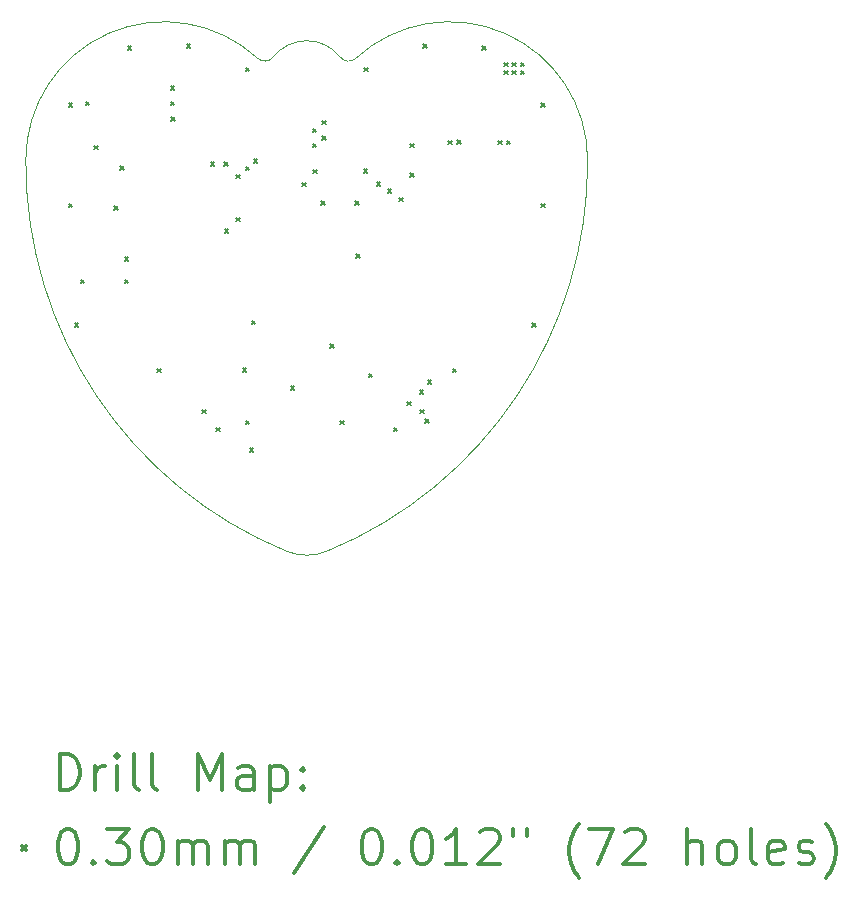
<source format=gbr>
%FSLAX45Y45*%
G04 Gerber Fmt 4.5, Leading zero omitted, Abs format (unit mm)*
G04 Created by KiCad (PCBNEW (5.1.9)-1) date 2021-12-29 15:03:50*
%MOMM*%
%LPD*%
G01*
G04 APERTURE LIST*
%TA.AperFunction,Profile*%
%ADD10C,0.010000*%
%TD*%
%ADD11C,0.200000*%
%ADD12C,0.300000*%
G04 APERTURE END LIST*
D10*
X5415378Y-5913130D02*
G75*
G02*
X5283506Y-5902419I-60996J66178D01*
G01*
X4716494Y-5902419D02*
G75*
G02*
X5283506Y-5902419I283506J-221866D01*
G01*
X4716494Y-5902419D02*
G75*
G02*
X4584622Y-5913130I-70876J55467D01*
G01*
X2621672Y-6773439D02*
G75*
G02*
X4584622Y-5913130I1170000J0D01*
G01*
X4829332Y-10086401D02*
G75*
G02*
X2621672Y-6773439I1348896J3290905D01*
G01*
X5170668Y-10086401D02*
G75*
G02*
X4829332Y-10086401I-170668J416380D01*
G01*
X7378328Y-6773439D02*
G75*
G02*
X5170668Y-10086401I-3556555J-22057D01*
G01*
X5415378Y-5913130D02*
G75*
G02*
X7378328Y-6773439I792950J-860308D01*
G01*
D11*
X2985000Y-6292500D02*
X3015000Y-6322500D01*
X3015000Y-6292500D02*
X2985000Y-6322500D01*
X2985000Y-7142500D02*
X3015000Y-7172500D01*
X3015000Y-7142500D02*
X2985000Y-7172500D01*
X3035000Y-8157500D02*
X3065000Y-8187500D01*
X3065000Y-8157500D02*
X3035000Y-8187500D01*
X3087000Y-7789000D02*
X3117000Y-7819000D01*
X3117000Y-7789000D02*
X3087000Y-7819000D01*
X3130000Y-6281000D02*
X3160000Y-6311000D01*
X3160000Y-6281000D02*
X3130000Y-6311000D01*
X3202500Y-6652500D02*
X3232500Y-6682500D01*
X3232500Y-6652500D02*
X3202500Y-6682500D01*
X3368000Y-7164000D02*
X3398000Y-7194000D01*
X3398000Y-7164000D02*
X3368000Y-7194000D01*
X3421000Y-6827000D02*
X3451000Y-6857000D01*
X3451000Y-6827000D02*
X3421000Y-6857000D01*
X3458000Y-7597000D02*
X3488000Y-7627000D01*
X3488000Y-7597000D02*
X3458000Y-7627000D01*
X3459000Y-7789000D02*
X3489000Y-7819000D01*
X3489000Y-7789000D02*
X3459000Y-7819000D01*
X3485000Y-5812500D02*
X3515000Y-5842500D01*
X3515000Y-5812500D02*
X3485000Y-5842500D01*
X3735000Y-8542500D02*
X3765000Y-8572500D01*
X3765000Y-8542500D02*
X3735000Y-8572500D01*
X3849000Y-6149000D02*
X3879000Y-6179000D01*
X3879000Y-6149000D02*
X3849000Y-6179000D01*
X3850000Y-6280000D02*
X3880000Y-6310000D01*
X3880000Y-6280000D02*
X3850000Y-6310000D01*
X3851000Y-6411000D02*
X3881000Y-6441000D01*
X3881000Y-6411000D02*
X3851000Y-6441000D01*
X3985000Y-5792500D02*
X4015000Y-5822500D01*
X4015000Y-5792500D02*
X3985000Y-5822500D01*
X4115000Y-8887000D02*
X4145000Y-8917000D01*
X4145000Y-8887000D02*
X4115000Y-8917000D01*
X4187000Y-6795000D02*
X4217000Y-6825000D01*
X4217000Y-6795000D02*
X4187000Y-6825000D01*
X4235000Y-9042500D02*
X4265000Y-9072500D01*
X4265000Y-9042500D02*
X4235000Y-9072500D01*
X4302500Y-6795000D02*
X4332500Y-6825000D01*
X4332500Y-6795000D02*
X4302500Y-6825000D01*
X4304000Y-7358000D02*
X4334000Y-7388000D01*
X4334000Y-7358000D02*
X4304000Y-7388000D01*
X4402500Y-6897500D02*
X4432500Y-6927500D01*
X4432500Y-6897500D02*
X4402500Y-6927500D01*
X4403000Y-7262000D02*
X4433000Y-7292000D01*
X4433000Y-7262000D02*
X4403000Y-7292000D01*
X4457500Y-8535000D02*
X4487500Y-8565000D01*
X4487500Y-8535000D02*
X4457500Y-8565000D01*
X4485000Y-5992500D02*
X4515000Y-6022500D01*
X4515000Y-5992500D02*
X4485000Y-6022500D01*
X4485000Y-6832500D02*
X4515000Y-6862500D01*
X4515000Y-6832500D02*
X4485000Y-6862500D01*
X4485000Y-8983000D02*
X4515000Y-9013000D01*
X4515000Y-8983000D02*
X4485000Y-9013000D01*
X4518000Y-9214000D02*
X4548000Y-9244000D01*
X4548000Y-9214000D02*
X4518000Y-9244000D01*
X4535000Y-8135000D02*
X4565000Y-8165000D01*
X4565000Y-8135000D02*
X4535000Y-8165000D01*
X4552500Y-6767500D02*
X4582500Y-6797500D01*
X4582500Y-6767500D02*
X4552500Y-6797500D01*
X4863000Y-8689000D02*
X4893000Y-8719000D01*
X4893000Y-8689000D02*
X4863000Y-8719000D01*
X4964000Y-6966000D02*
X4994000Y-6996000D01*
X4994000Y-6966000D02*
X4964000Y-6996000D01*
X5050000Y-6507500D02*
X5080000Y-6537500D01*
X5080000Y-6507500D02*
X5050000Y-6537500D01*
X5052500Y-6637500D02*
X5082500Y-6667500D01*
X5082500Y-6637500D02*
X5052500Y-6667500D01*
X5053840Y-6855840D02*
X5083840Y-6885840D01*
X5083840Y-6855840D02*
X5053840Y-6885840D01*
X5121000Y-7123000D02*
X5151000Y-7153000D01*
X5151000Y-7123000D02*
X5121000Y-7153000D01*
X5130000Y-6442500D02*
X5160000Y-6472500D01*
X5160000Y-6442500D02*
X5130000Y-6472500D01*
X5130000Y-6572500D02*
X5160000Y-6602500D01*
X5160000Y-6572500D02*
X5130000Y-6602500D01*
X5201000Y-8332000D02*
X5231000Y-8362000D01*
X5231000Y-8332000D02*
X5201000Y-8362000D01*
X5285000Y-8982500D02*
X5315000Y-9012500D01*
X5315000Y-8982500D02*
X5285000Y-9012500D01*
X5412000Y-7123000D02*
X5442000Y-7153000D01*
X5442000Y-7123000D02*
X5412000Y-7153000D01*
X5417000Y-7573000D02*
X5447000Y-7603000D01*
X5447000Y-7573000D02*
X5417000Y-7603000D01*
X5483000Y-6850000D02*
X5513000Y-6880000D01*
X5513000Y-6850000D02*
X5483000Y-6880000D01*
X5485000Y-5992500D02*
X5515000Y-6022500D01*
X5515000Y-5992500D02*
X5485000Y-6022500D01*
X5525000Y-8585000D02*
X5555000Y-8615000D01*
X5555000Y-8585000D02*
X5525000Y-8615000D01*
X5592500Y-6960000D02*
X5622500Y-6990000D01*
X5622500Y-6960000D02*
X5592500Y-6990000D01*
X5687000Y-7020000D02*
X5717000Y-7050000D01*
X5717000Y-7020000D02*
X5687000Y-7050000D01*
X5735000Y-9042500D02*
X5765000Y-9072500D01*
X5765000Y-9042500D02*
X5735000Y-9072500D01*
X5783000Y-7092500D02*
X5813000Y-7122500D01*
X5813000Y-7092500D02*
X5783000Y-7122500D01*
X5852000Y-8820000D02*
X5882000Y-8850000D01*
X5882000Y-8820000D02*
X5852000Y-8850000D01*
X5875000Y-6636000D02*
X5905000Y-6666000D01*
X5905000Y-6636000D02*
X5875000Y-6666000D01*
X5875000Y-6885000D02*
X5905000Y-6915000D01*
X5905000Y-6885000D02*
X5875000Y-6915000D01*
X5957000Y-8722000D02*
X5987000Y-8752000D01*
X5987000Y-8722000D02*
X5957000Y-8752000D01*
X5963000Y-8888000D02*
X5993000Y-8918000D01*
X5993000Y-8888000D02*
X5963000Y-8918000D01*
X5985000Y-5792500D02*
X6015000Y-5822500D01*
X6015000Y-5792500D02*
X5985000Y-5822500D01*
X6005000Y-8971000D02*
X6035000Y-9001000D01*
X6035000Y-8971000D02*
X6005000Y-9001000D01*
X6025000Y-8638000D02*
X6055000Y-8668000D01*
X6055000Y-8638000D02*
X6025000Y-8668000D01*
X6200000Y-6610000D02*
X6230000Y-6640000D01*
X6230000Y-6610000D02*
X6200000Y-6640000D01*
X6235000Y-8542500D02*
X6265000Y-8572500D01*
X6265000Y-8542500D02*
X6235000Y-8572500D01*
X6272500Y-6607500D02*
X6302500Y-6637500D01*
X6302500Y-6607500D02*
X6272500Y-6637500D01*
X6485000Y-5812500D02*
X6515000Y-5842500D01*
X6515000Y-5812500D02*
X6485000Y-5842500D01*
X6620000Y-6610000D02*
X6650000Y-6640000D01*
X6650000Y-6610000D02*
X6620000Y-6640000D01*
X6670000Y-5950000D02*
X6700000Y-5980000D01*
X6700000Y-5950000D02*
X6670000Y-5980000D01*
X6670000Y-6017500D02*
X6700000Y-6047500D01*
X6700000Y-6017500D02*
X6670000Y-6047500D01*
X6695000Y-6610000D02*
X6725000Y-6640000D01*
X6725000Y-6610000D02*
X6695000Y-6640000D01*
X6740000Y-5950000D02*
X6770000Y-5980000D01*
X6770000Y-5950000D02*
X6740000Y-5980000D01*
X6740000Y-6017500D02*
X6770000Y-6047500D01*
X6770000Y-6017500D02*
X6740000Y-6047500D01*
X6810000Y-5950000D02*
X6840000Y-5980000D01*
X6840000Y-5950000D02*
X6810000Y-5980000D01*
X6810000Y-6017500D02*
X6840000Y-6047500D01*
X6840000Y-6017500D02*
X6810000Y-6047500D01*
X6910000Y-8155000D02*
X6940000Y-8185000D01*
X6940000Y-8155000D02*
X6910000Y-8185000D01*
X6985000Y-6292500D02*
X7015000Y-6322500D01*
X7015000Y-6292500D02*
X6985000Y-6322500D01*
X6985000Y-7142500D02*
X7015000Y-7172500D01*
X7015000Y-7142500D02*
X6985000Y-7172500D01*
D12*
X2907532Y-12106963D02*
X2907532Y-11806963D01*
X2978960Y-11806963D01*
X3021817Y-11821249D01*
X3050389Y-11849820D01*
X3064675Y-11878392D01*
X3078960Y-11935534D01*
X3078960Y-11978392D01*
X3064675Y-12035534D01*
X3050389Y-12064106D01*
X3021817Y-12092677D01*
X2978960Y-12106963D01*
X2907532Y-12106963D01*
X3207532Y-12106963D02*
X3207532Y-11906963D01*
X3207532Y-11964106D02*
X3221817Y-11935534D01*
X3236103Y-11921249D01*
X3264675Y-11906963D01*
X3293246Y-11906963D01*
X3393246Y-12106963D02*
X3393246Y-11906963D01*
X3393246Y-11806963D02*
X3378960Y-11821249D01*
X3393246Y-11835534D01*
X3407532Y-11821249D01*
X3393246Y-11806963D01*
X3393246Y-11835534D01*
X3578960Y-12106963D02*
X3550389Y-12092677D01*
X3536103Y-12064106D01*
X3536103Y-11806963D01*
X3736103Y-12106963D02*
X3707532Y-12092677D01*
X3693246Y-12064106D01*
X3693246Y-11806963D01*
X4078960Y-12106963D02*
X4078960Y-11806963D01*
X4178960Y-12021249D01*
X4278960Y-11806963D01*
X4278960Y-12106963D01*
X4550389Y-12106963D02*
X4550389Y-11949820D01*
X4536103Y-11921249D01*
X4507532Y-11906963D01*
X4450389Y-11906963D01*
X4421818Y-11921249D01*
X4550389Y-12092677D02*
X4521818Y-12106963D01*
X4450389Y-12106963D01*
X4421818Y-12092677D01*
X4407532Y-12064106D01*
X4407532Y-12035534D01*
X4421818Y-12006963D01*
X4450389Y-11992677D01*
X4521818Y-11992677D01*
X4550389Y-11978392D01*
X4693246Y-11906963D02*
X4693246Y-12206963D01*
X4693246Y-11921249D02*
X4721818Y-11906963D01*
X4778960Y-11906963D01*
X4807532Y-11921249D01*
X4821818Y-11935534D01*
X4836103Y-11964106D01*
X4836103Y-12049820D01*
X4821818Y-12078392D01*
X4807532Y-12092677D01*
X4778960Y-12106963D01*
X4721818Y-12106963D01*
X4693246Y-12092677D01*
X4964675Y-12078392D02*
X4978960Y-12092677D01*
X4964675Y-12106963D01*
X4950389Y-12092677D01*
X4964675Y-12078392D01*
X4964675Y-12106963D01*
X4964675Y-11921249D02*
X4978960Y-11935534D01*
X4964675Y-11949820D01*
X4950389Y-11935534D01*
X4964675Y-11921249D01*
X4964675Y-11949820D01*
X2591103Y-12586249D02*
X2621103Y-12616249D01*
X2621103Y-12586249D02*
X2591103Y-12616249D01*
X2964675Y-12436963D02*
X2993246Y-12436963D01*
X3021817Y-12451249D01*
X3036103Y-12465534D01*
X3050389Y-12494106D01*
X3064675Y-12551249D01*
X3064675Y-12622677D01*
X3050389Y-12679820D01*
X3036103Y-12708392D01*
X3021817Y-12722677D01*
X2993246Y-12736963D01*
X2964675Y-12736963D01*
X2936103Y-12722677D01*
X2921817Y-12708392D01*
X2907532Y-12679820D01*
X2893246Y-12622677D01*
X2893246Y-12551249D01*
X2907532Y-12494106D01*
X2921817Y-12465534D01*
X2936103Y-12451249D01*
X2964675Y-12436963D01*
X3193246Y-12708392D02*
X3207532Y-12722677D01*
X3193246Y-12736963D01*
X3178960Y-12722677D01*
X3193246Y-12708392D01*
X3193246Y-12736963D01*
X3307532Y-12436963D02*
X3493246Y-12436963D01*
X3393246Y-12551249D01*
X3436103Y-12551249D01*
X3464675Y-12565534D01*
X3478960Y-12579820D01*
X3493246Y-12608392D01*
X3493246Y-12679820D01*
X3478960Y-12708392D01*
X3464675Y-12722677D01*
X3436103Y-12736963D01*
X3350389Y-12736963D01*
X3321817Y-12722677D01*
X3307532Y-12708392D01*
X3678960Y-12436963D02*
X3707532Y-12436963D01*
X3736103Y-12451249D01*
X3750389Y-12465534D01*
X3764675Y-12494106D01*
X3778960Y-12551249D01*
X3778960Y-12622677D01*
X3764675Y-12679820D01*
X3750389Y-12708392D01*
X3736103Y-12722677D01*
X3707532Y-12736963D01*
X3678960Y-12736963D01*
X3650389Y-12722677D01*
X3636103Y-12708392D01*
X3621817Y-12679820D01*
X3607532Y-12622677D01*
X3607532Y-12551249D01*
X3621817Y-12494106D01*
X3636103Y-12465534D01*
X3650389Y-12451249D01*
X3678960Y-12436963D01*
X3907532Y-12736963D02*
X3907532Y-12536963D01*
X3907532Y-12565534D02*
X3921817Y-12551249D01*
X3950389Y-12536963D01*
X3993246Y-12536963D01*
X4021817Y-12551249D01*
X4036103Y-12579820D01*
X4036103Y-12736963D01*
X4036103Y-12579820D02*
X4050389Y-12551249D01*
X4078960Y-12536963D01*
X4121817Y-12536963D01*
X4150389Y-12551249D01*
X4164675Y-12579820D01*
X4164675Y-12736963D01*
X4307532Y-12736963D02*
X4307532Y-12536963D01*
X4307532Y-12565534D02*
X4321818Y-12551249D01*
X4350389Y-12536963D01*
X4393246Y-12536963D01*
X4421818Y-12551249D01*
X4436103Y-12579820D01*
X4436103Y-12736963D01*
X4436103Y-12579820D02*
X4450389Y-12551249D01*
X4478960Y-12536963D01*
X4521818Y-12536963D01*
X4550389Y-12551249D01*
X4564675Y-12579820D01*
X4564675Y-12736963D01*
X5150389Y-12422677D02*
X4893246Y-12808392D01*
X5536103Y-12436963D02*
X5564675Y-12436963D01*
X5593246Y-12451249D01*
X5607532Y-12465534D01*
X5621817Y-12494106D01*
X5636103Y-12551249D01*
X5636103Y-12622677D01*
X5621817Y-12679820D01*
X5607532Y-12708392D01*
X5593246Y-12722677D01*
X5564675Y-12736963D01*
X5536103Y-12736963D01*
X5507532Y-12722677D01*
X5493246Y-12708392D01*
X5478960Y-12679820D01*
X5464675Y-12622677D01*
X5464675Y-12551249D01*
X5478960Y-12494106D01*
X5493246Y-12465534D01*
X5507532Y-12451249D01*
X5536103Y-12436963D01*
X5764675Y-12708392D02*
X5778960Y-12722677D01*
X5764675Y-12736963D01*
X5750389Y-12722677D01*
X5764675Y-12708392D01*
X5764675Y-12736963D01*
X5964675Y-12436963D02*
X5993246Y-12436963D01*
X6021817Y-12451249D01*
X6036103Y-12465534D01*
X6050389Y-12494106D01*
X6064675Y-12551249D01*
X6064675Y-12622677D01*
X6050389Y-12679820D01*
X6036103Y-12708392D01*
X6021817Y-12722677D01*
X5993246Y-12736963D01*
X5964675Y-12736963D01*
X5936103Y-12722677D01*
X5921817Y-12708392D01*
X5907532Y-12679820D01*
X5893246Y-12622677D01*
X5893246Y-12551249D01*
X5907532Y-12494106D01*
X5921817Y-12465534D01*
X5936103Y-12451249D01*
X5964675Y-12436963D01*
X6350389Y-12736963D02*
X6178960Y-12736963D01*
X6264675Y-12736963D02*
X6264675Y-12436963D01*
X6236103Y-12479820D01*
X6207532Y-12508392D01*
X6178960Y-12522677D01*
X6464675Y-12465534D02*
X6478960Y-12451249D01*
X6507532Y-12436963D01*
X6578960Y-12436963D01*
X6607532Y-12451249D01*
X6621817Y-12465534D01*
X6636103Y-12494106D01*
X6636103Y-12522677D01*
X6621817Y-12565534D01*
X6450389Y-12736963D01*
X6636103Y-12736963D01*
X6750389Y-12436963D02*
X6750389Y-12494106D01*
X6864675Y-12436963D02*
X6864675Y-12494106D01*
X7307532Y-12851249D02*
X7293246Y-12836963D01*
X7264675Y-12794106D01*
X7250389Y-12765534D01*
X7236103Y-12722677D01*
X7221817Y-12651249D01*
X7221817Y-12594106D01*
X7236103Y-12522677D01*
X7250389Y-12479820D01*
X7264675Y-12451249D01*
X7293246Y-12408392D01*
X7307532Y-12394106D01*
X7393246Y-12436963D02*
X7593246Y-12436963D01*
X7464675Y-12736963D01*
X7693246Y-12465534D02*
X7707532Y-12451249D01*
X7736103Y-12436963D01*
X7807532Y-12436963D01*
X7836103Y-12451249D01*
X7850389Y-12465534D01*
X7864675Y-12494106D01*
X7864675Y-12522677D01*
X7850389Y-12565534D01*
X7678960Y-12736963D01*
X7864675Y-12736963D01*
X8221817Y-12736963D02*
X8221817Y-12436963D01*
X8350389Y-12736963D02*
X8350389Y-12579820D01*
X8336103Y-12551249D01*
X8307532Y-12536963D01*
X8264675Y-12536963D01*
X8236103Y-12551249D01*
X8221817Y-12565534D01*
X8536103Y-12736963D02*
X8507532Y-12722677D01*
X8493246Y-12708392D01*
X8478960Y-12679820D01*
X8478960Y-12594106D01*
X8493246Y-12565534D01*
X8507532Y-12551249D01*
X8536103Y-12536963D01*
X8578960Y-12536963D01*
X8607532Y-12551249D01*
X8621818Y-12565534D01*
X8636103Y-12594106D01*
X8636103Y-12679820D01*
X8621818Y-12708392D01*
X8607532Y-12722677D01*
X8578960Y-12736963D01*
X8536103Y-12736963D01*
X8807532Y-12736963D02*
X8778960Y-12722677D01*
X8764675Y-12694106D01*
X8764675Y-12436963D01*
X9036103Y-12722677D02*
X9007532Y-12736963D01*
X8950389Y-12736963D01*
X8921818Y-12722677D01*
X8907532Y-12694106D01*
X8907532Y-12579820D01*
X8921818Y-12551249D01*
X8950389Y-12536963D01*
X9007532Y-12536963D01*
X9036103Y-12551249D01*
X9050389Y-12579820D01*
X9050389Y-12608392D01*
X8907532Y-12636963D01*
X9164675Y-12722677D02*
X9193246Y-12736963D01*
X9250389Y-12736963D01*
X9278960Y-12722677D01*
X9293246Y-12694106D01*
X9293246Y-12679820D01*
X9278960Y-12651249D01*
X9250389Y-12636963D01*
X9207532Y-12636963D01*
X9178960Y-12622677D01*
X9164675Y-12594106D01*
X9164675Y-12579820D01*
X9178960Y-12551249D01*
X9207532Y-12536963D01*
X9250389Y-12536963D01*
X9278960Y-12551249D01*
X9393246Y-12851249D02*
X9407532Y-12836963D01*
X9436103Y-12794106D01*
X9450389Y-12765534D01*
X9464675Y-12722677D01*
X9478960Y-12651249D01*
X9478960Y-12594106D01*
X9464675Y-12522677D01*
X9450389Y-12479820D01*
X9436103Y-12451249D01*
X9407532Y-12408392D01*
X9393246Y-12394106D01*
M02*

</source>
